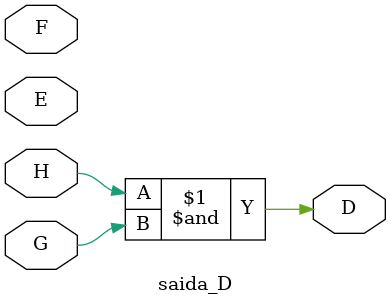
<source format=v>
module conversor_2(H, G, F, E, D, C, B, A);
input H, G, F, E;
output D, C, B, A;

    saida_A saida_A(
                .H(H), 
                .G(G), 
                .F(F), 
                .E(E),
                .A(A) 
    );
    saida_B saida_B(
        .H(H), 
        .G(G), 
        .F(F), 
        .E(E),
        .B(B) 
    );
    saida_C saida_C(
        .H(H), 
        .G(G), 
        .F(F), 
        .E(E),
        .C(C) 
    );
    saida_D saida_D(
        .H(H), 
        .G(G), 
        .F(F), 
        .E(E),
        .D(D) 
    );


/*
wire W1,W2,W3,W4,W5,W6,W7,W8,W9,W10,W11,W12,W13;

and I1(D,H,G);//D = H & G;

not I2(W1,H);//!H
not I3(W2,G);//!G
not I9(W8,E);//!E
not I14(W12,F)///!F

and I5(W4,W1,G,E);//(!H & G & E)
or I9(C,W4,W5);//C = (!H & G & E) | (H & !G);
and I5(W9,W1,G,W8);//(!H & G & !E)

and I6(W6,W2,F);//(!G & F)
and I7(W5,H,W2);//(H & !G)
or I8(B,W9,W6,W7);//B = (!H & G & !E) | (!G & F) | (H & !G);

and I6(W3,H,G,E)//(H & G & E)
and I10(W10,G,F);//(G & F)
and I11(W11,H,F);//(H & F)
and I13(W12,W1,W2,W12,E)//(!H & !G & !F & E)

or I12(A,W12,W9,W10,W3,W11)//A = (!H & !G & !F & E) | (!H & G & !E) | (G & F) | (H & G & E) | (H & F);
*/


endmodule

module saida_A(
    input H, G, F, E,
    output A 
    );
    wire W1,W2,W3,W8,W9,W10,W11,W12,W4;
    
    not I2(W1,H);//!H
    not I3(W2,G);//!G
    not I9(W8,E);//!E
    not I14(W4,F);//!F

    and I5(W9,W1,G,W8);//(!H & G & !E)

    and I6(W3,H,G,E);//(H & G & E)
    and I10(W10,G,F);//(G & F)
    and I11(W11,H,F);//(H & F)
    and I13(W12,W1,W2,W4,E);//(!H & !G & !F & E)

    or I12(A,W12,W9,W10,W3,W11);//A = (!H & !G & !F & E) | (!H & G & !E) | (G & F) | (H & G & E) | (H & F);

    
endmodule

module saida_B(
    input H, G, F, E,
    output B 
    );

    wire W1,W2,W6,W7,W8,W9;

    not I2(W1,H);//!H
    not I3(W2,G);//!G
    not I9(W8,E);//!E
    
    and I5(W9,W1,G,W8);//(!H & G & !E)

    and I6(W6,W2,F);//(!G & F)
    and I7(W7,H,W2);//(H & !G)
    or I8(B,W9,W6,W7);//B = (!H & G & !E) | (!G & F) | (H & !G);

endmodule

module saida_C(
    input H, G, F, E,
    output C 
    );

    wire W1,W2,W4,W5;

    not I2(W1,H);//!H
    not I3(W2,G);//!G
    and I5(W4,W1,G,E);//(!H & G & E)
    and I7(W5,H,W2);//(H & !G)
    or I9(C,W4,W5);//C = (!H & G & E) | (H & !G);

endmodule

module saida_D(
    input H, G, F, E,
    output D 
    );

    and I1(D,H,G);//D = H & G;
   

   

endmodule

</source>
